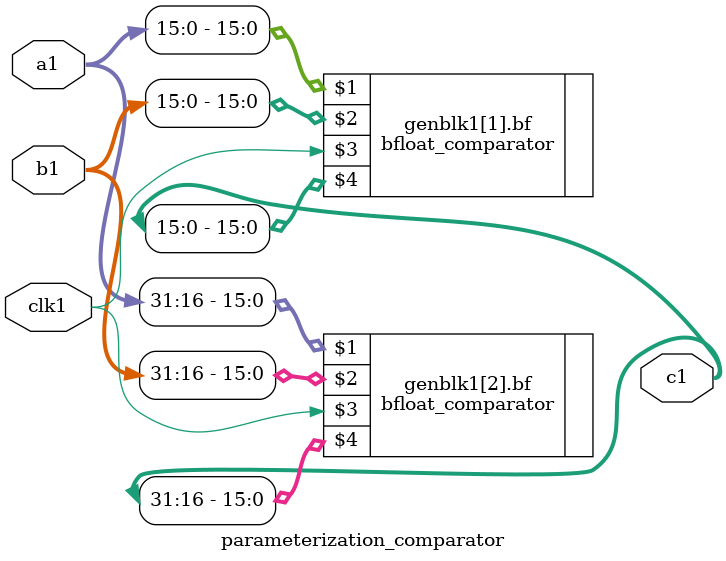
<source format=sv>
`timescale 1ns / 1ps


module parameterization_comparator #(parameter N=2)(a1,b1,c1,clk1);
input bit[16*N-1:0]a1,b1;
input bit  clk1;
output bit [16*N-1:0]c1;

genvar i;

generate
for(i=1;i<N+1;i++)
begin
bfloat_comparator bf(a1[i*16-1:i*16-16],b1[i*16-1:i*16-16],clk1,c1[i*16-1:i*16-16]);
end
endgenerate
endmodule

</source>
